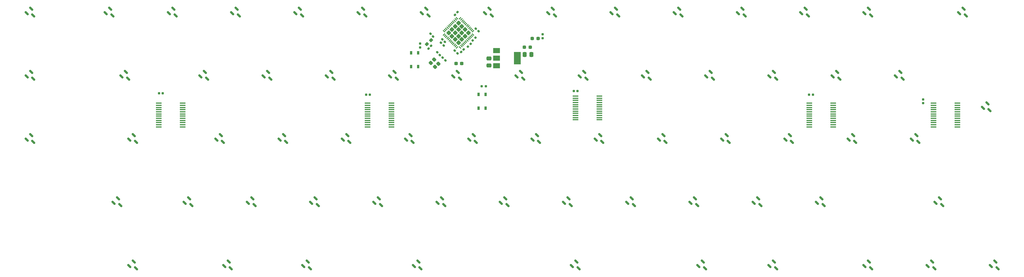
<source format=gbr>
%TF.GenerationSoftware,KiCad,Pcbnew,9.0.3*%
%TF.CreationDate,2025-10-13T22:17:33+02:00*%
%TF.ProjectId,macrolev,6d616372-6f6c-4657-962e-6b696361645f,1.0*%
%TF.SameCoordinates,Original*%
%TF.FileFunction,Paste,Bot*%
%TF.FilePolarity,Positive*%
%FSLAX46Y46*%
G04 Gerber Fmt 4.6, Leading zero omitted, Abs format (unit mm)*
G04 Created by KiCad (PCBNEW 9.0.3) date 2025-10-13 22:17:33*
%MOMM*%
%LPD*%
G01*
G04 APERTURE LIST*
G04 Aperture macros list*
%AMRoundRect*
0 Rectangle with rounded corners*
0 $1 Rounding radius*
0 $2 $3 $4 $5 $6 $7 $8 $9 X,Y pos of 4 corners*
0 Add a 4 corners polygon primitive as box body*
4,1,4,$2,$3,$4,$5,$6,$7,$8,$9,$2,$3,0*
0 Add four circle primitives for the rounded corners*
1,1,$1+$1,$2,$3*
1,1,$1+$1,$4,$5*
1,1,$1+$1,$6,$7*
1,1,$1+$1,$8,$9*
0 Add four rect primitives between the rounded corners*
20,1,$1+$1,$2,$3,$4,$5,0*
20,1,$1+$1,$4,$5,$6,$7,0*
20,1,$1+$1,$6,$7,$8,$9,0*
20,1,$1+$1,$8,$9,$2,$3,0*%
G04 Aperture macros list end*
%ADD10RoundRect,0.250000X0.406586X-0.053033X-0.053033X0.406586X-0.406586X0.053033X0.053033X-0.406586X0*%
%ADD11RoundRect,0.155000X0.259862X-0.040659X-0.040659X0.259862X-0.259862X0.040659X0.040659X-0.259862X0*%
%ADD12RoundRect,0.155000X-0.259862X0.040659X0.040659X-0.259862X0.259862X-0.040659X-0.040659X0.259862X0*%
%ADD13RoundRect,0.150000X-0.521491X0.309359X0.309359X-0.521491X0.521491X-0.309359X-0.309359X0.521491X0*%
%ADD14RoundRect,0.155000X0.155000X-0.212500X0.155000X0.212500X-0.155000X0.212500X-0.155000X-0.212500X0*%
%ADD15RoundRect,0.237500X0.300000X0.237500X-0.300000X0.237500X-0.300000X-0.237500X0.300000X-0.237500X0*%
%ADD16RoundRect,0.155000X-0.212500X-0.155000X0.212500X-0.155000X0.212500X0.155000X-0.212500X0.155000X0*%
%ADD17RoundRect,0.250000X-0.475000X0.337500X-0.475000X-0.337500X0.475000X-0.337500X0.475000X0.337500X0*%
%ADD18RoundRect,0.160000X-0.197500X-0.160000X0.197500X-0.160000X0.197500X0.160000X-0.197500X0.160000X0*%
%ADD19RoundRect,0.155000X-0.040659X-0.259862X0.259862X0.040659X0.040659X0.259862X-0.259862X-0.040659X0*%
%ADD20RoundRect,0.160000X-0.026517X-0.252791X0.252791X0.026517X0.026517X0.252791X-0.252791X-0.026517X0*%
%ADD21R,2.000000X1.500000*%
%ADD22R,2.000000X3.800000*%
%ADD23RoundRect,0.155000X0.040659X0.259862X-0.259862X-0.040659X-0.040659X-0.259862X0.259862X0.040659X0*%
%ADD24RoundRect,0.160000X0.026517X0.252791X-0.252791X-0.026517X-0.026517X-0.252791X0.252791X0.026517X0*%
%ADD25RoundRect,0.237500X0.287500X0.237500X-0.287500X0.237500X-0.287500X-0.237500X0.287500X-0.237500X0*%
%ADD26R,1.750000X0.450000*%
%ADD27R,0.650000X1.050000*%
%ADD28RoundRect,0.250000X-0.337500X-0.475000X0.337500X-0.475000X0.337500X0.475000X-0.337500X0.475000X0*%
%ADD29RoundRect,0.155000X0.212500X0.155000X-0.212500X0.155000X-0.212500X-0.155000X0.212500X-0.155000X0*%
%ADD30RoundRect,0.237500X0.035355X0.371231X-0.371231X-0.035355X-0.035355X-0.371231X0.371231X0.035355X0*%
%ADD31RoundRect,0.160000X0.160000X-0.197500X0.160000X0.197500X-0.160000X0.197500X-0.160000X-0.197500X0*%
%ADD32RoundRect,0.250000X0.000000X-0.445477X0.445477X0.000000X0.000000X0.445477X-0.445477X0.000000X0*%
%ADD33RoundRect,0.062500X-0.220971X-0.309359X0.309359X0.220971X0.220971X0.309359X-0.309359X-0.220971X0*%
%ADD34RoundRect,0.062500X0.220971X-0.309359X0.309359X-0.220971X-0.220971X0.309359X-0.309359X0.220971X0*%
%ADD35RoundRect,0.160000X-0.160000X0.197500X-0.160000X-0.197500X0.160000X-0.197500X0.160000X0.197500X0*%
G04 APERTURE END LIST*
D10*
%TO.C,Y1*%
X161712348Y-56213693D03*
X160474911Y-54976256D03*
X161464860Y-53986307D03*
X162702297Y-55223744D03*
%TD*%
D11*
%TO.C,C13*%
X162389402Y-51799579D03*
X163191968Y-52602145D03*
%TD*%
D12*
%TO.C,C12*%
X164818314Y-54228491D03*
X164015748Y-53425925D03*
%TD*%
D13*
%TO.C,U36*%
X152965336Y-78108839D03*
X154308839Y-76765336D03*
X154962913Y-78762913D03*
%TD*%
D14*
%TO.C,C16*%
X308800000Y-67117500D03*
X308800000Y-65982500D03*
%TD*%
D13*
%TO.C,U62*%
X202971586Y-116208839D03*
X204315089Y-114865336D03*
X204969163Y-116862913D03*
%TD*%
%TO.C,U42*%
X267265336Y-78108839D03*
X268608839Y-76765336D03*
X269262913Y-78762913D03*
%TD*%
%TO.C,U48*%
X124390336Y-97158839D03*
X125733839Y-95815336D03*
X126387913Y-97812913D03*
%TD*%
%TO.C,U45*%
X64859086Y-97158839D03*
X66202589Y-95815336D03*
X66856663Y-97812913D03*
%TD*%
D15*
%TO.C,C1*%
X169750000Y-55175000D03*
X168025000Y-55175000D03*
%TD*%
D13*
%TO.C,U50*%
X162490336Y-97158839D03*
X163833839Y-95815336D03*
X164487913Y-97812913D03*
%TD*%
%TO.C,U2*%
X62477836Y-40008839D03*
X63821339Y-38665336D03*
X64475413Y-40662913D03*
%TD*%
%TO.C,U58*%
X69621586Y-116208839D03*
X70965089Y-114865336D03*
X71619163Y-116862913D03*
%TD*%
%TO.C,U29*%
X300602836Y-59058839D03*
X301946339Y-57715336D03*
X302600413Y-59712913D03*
%TD*%
%TO.C,U23*%
X186302836Y-59058839D03*
X187646339Y-57715336D03*
X188300413Y-59712913D03*
%TD*%
%TO.C,U59*%
X98196586Y-116208839D03*
X99540089Y-114865336D03*
X100194163Y-116862913D03*
%TD*%
%TO.C,U22*%
X167252836Y-59058839D03*
X168596339Y-57715336D03*
X169250413Y-59712913D03*
%TD*%
D16*
%TO.C,C17*%
X78532500Y-64150000D03*
X79667500Y-64150000D03*
%TD*%
D13*
%TO.C,U18*%
X91052836Y-59058839D03*
X92396339Y-57715336D03*
X93050413Y-59712913D03*
%TD*%
%TO.C,U21*%
X148202836Y-59058839D03*
X149546339Y-57715336D03*
X150200413Y-59712913D03*
%TD*%
D17*
%TO.C,C11*%
X177925000Y-53690832D03*
X177925000Y-55765832D03*
%TD*%
D13*
%TO.C,U28*%
X281552836Y-59058839D03*
X282896339Y-57715336D03*
X283550413Y-59712913D03*
%TD*%
%TO.C,U43*%
X286315336Y-78108839D03*
X287658839Y-76765336D03*
X288312913Y-78762913D03*
%TD*%
%TO.C,U60*%
X122009086Y-116208839D03*
X123352589Y-114865336D03*
X124006663Y-116862913D03*
%TD*%
D12*
%TO.C,C2*%
X167656255Y-51301586D03*
X168458821Y-52104152D03*
%TD*%
D13*
%TO.C,U51*%
X181540336Y-97158839D03*
X182883839Y-95815336D03*
X183537913Y-97812913D03*
%TD*%
%TO.C,U55*%
X257740336Y-97158839D03*
X259083839Y-95815336D03*
X259737913Y-97812913D03*
%TD*%
%TO.C,U30*%
X326796586Y-68583839D03*
X328140089Y-67240336D03*
X328794163Y-69237913D03*
%TD*%
%TO.C,U8*%
X176777836Y-40008839D03*
X178121339Y-38665336D03*
X178775413Y-40662913D03*
%TD*%
D18*
%TO.C,R4*%
X175802500Y-62075000D03*
X176997500Y-62075000D03*
%TD*%
D13*
%TO.C,U1*%
X38665336Y-40008839D03*
X40008839Y-38665336D03*
X40662913Y-40662913D03*
%TD*%
%TO.C,U61*%
X155346586Y-116208839D03*
X156690089Y-114865336D03*
X157344163Y-116862913D03*
%TD*%
D16*
%TO.C,C15*%
X274432500Y-64550000D03*
X275567500Y-64550000D03*
%TD*%
D13*
%TO.C,U27*%
X262502836Y-59058839D03*
X263846339Y-57715336D03*
X264500413Y-59712913D03*
%TD*%
%TO.C,U19*%
X110102836Y-59058839D03*
X111446339Y-57715336D03*
X112100413Y-59712913D03*
%TD*%
%TO.C,U5*%
X119627836Y-40008839D03*
X120971339Y-38665336D03*
X121625413Y-40662913D03*
%TD*%
%TO.C,U47*%
X105340336Y-97158839D03*
X106683839Y-95815336D03*
X107337913Y-97812913D03*
%TD*%
%TO.C,U34*%
X114865336Y-78108839D03*
X116208839Y-76765336D03*
X116862913Y-78762913D03*
%TD*%
%TO.C,U66*%
X310127836Y-116208839D03*
X311471339Y-114865336D03*
X312125413Y-116862913D03*
%TD*%
%TO.C,U26*%
X243452836Y-59058839D03*
X244796339Y-57715336D03*
X245450413Y-59712913D03*
%TD*%
D19*
%TO.C,C3*%
X169562749Y-51709411D03*
X170365315Y-50906845D03*
%TD*%
D20*
%TO.C,R2*%
X171627501Y-50068923D03*
X172472493Y-49223931D03*
%TD*%
D13*
%TO.C,U6*%
X138677836Y-40008839D03*
X140021339Y-38665336D03*
X140675413Y-40662913D03*
%TD*%
%TO.C,U64*%
X262502836Y-116208839D03*
X263846339Y-114865336D03*
X264500413Y-116862913D03*
%TD*%
D21*
%TO.C,U68*%
X180225000Y-55850000D03*
X180225000Y-53550000D03*
D22*
X186525000Y-53550000D03*
D21*
X180225000Y-51250000D03*
%TD*%
D12*
%TO.C,C6*%
X163873234Y-47872118D03*
X164675800Y-48674684D03*
%TD*%
D23*
%TO.C,C8*%
X160550000Y-49875000D03*
X159747434Y-50677566D03*
%TD*%
D24*
%TO.C,R1*%
X173886707Y-47385454D03*
X173041715Y-48230446D03*
%TD*%
D13*
%TO.C,U56*%
X276790336Y-97158839D03*
X278133839Y-95815336D03*
X278787913Y-97812913D03*
%TD*%
%TO.C,U63*%
X241071586Y-116208839D03*
X242415089Y-114865336D03*
X243069163Y-116862913D03*
%TD*%
D25*
%TO.C,FB2*%
X190375000Y-50250000D03*
X188625000Y-50250000D03*
%TD*%
D13*
%TO.C,U20*%
X129152836Y-59058839D03*
X130496339Y-57715336D03*
X131150413Y-59712913D03*
%TD*%
%TO.C,U7*%
X157727836Y-40008839D03*
X159071339Y-38665336D03*
X159725413Y-40662913D03*
%TD*%
D26*
%TO.C,AMUX4*%
X319082500Y-67140000D03*
X319082500Y-67790000D03*
X319082500Y-68440000D03*
X319082500Y-69090000D03*
X319082500Y-69740000D03*
X319082500Y-70390000D03*
X319082500Y-71040000D03*
X319082500Y-71690000D03*
X319082500Y-72340000D03*
X319082500Y-72990000D03*
X319082500Y-73640000D03*
X319082500Y-74290000D03*
X311882500Y-74290000D03*
X311882500Y-73640000D03*
X311882500Y-72990000D03*
X311882500Y-72340000D03*
X311882500Y-71690000D03*
X311882500Y-71040000D03*
X311882500Y-70390000D03*
X311882500Y-69740000D03*
X311882500Y-69090000D03*
X311882500Y-68440000D03*
X311882500Y-67790000D03*
X311882500Y-67140000D03*
%TD*%
D13*
%TO.C,U52*%
X200590336Y-97158839D03*
X201933839Y-95815336D03*
X202587913Y-97812913D03*
%TD*%
%TO.C,U14*%
X291077836Y-40008839D03*
X292421339Y-38665336D03*
X293075413Y-40662913D03*
%TD*%
%TO.C,U33*%
X95815336Y-78108839D03*
X97158839Y-76765336D03*
X97812913Y-78762913D03*
%TD*%
%TO.C,U44*%
X305365336Y-78108839D03*
X306708839Y-76765336D03*
X307362913Y-78762913D03*
%TD*%
D26*
%TO.C,AMUX3*%
X281725000Y-67140000D03*
X281725000Y-67790000D03*
X281725000Y-68440000D03*
X281725000Y-69090000D03*
X281725000Y-69740000D03*
X281725000Y-70390000D03*
X281725000Y-71040000D03*
X281725000Y-71690000D03*
X281725000Y-72340000D03*
X281725000Y-72990000D03*
X281725000Y-73640000D03*
X281725000Y-74290000D03*
X274525000Y-74290000D03*
X274525000Y-73640000D03*
X274525000Y-72990000D03*
X274525000Y-72340000D03*
X274525000Y-71690000D03*
X274525000Y-71040000D03*
X274525000Y-70390000D03*
X274525000Y-69740000D03*
X274525000Y-69090000D03*
X274525000Y-68440000D03*
X274525000Y-67790000D03*
X274525000Y-67140000D03*
%TD*%
D13*
%TO.C,U16*%
X38665336Y-59058839D03*
X40008839Y-57715336D03*
X40662913Y-59712913D03*
%TD*%
D27*
%TO.C,SW2*%
X174800000Y-64475000D03*
X174800000Y-68625000D03*
X176950000Y-64475000D03*
X176950000Y-68625000D03*
%TD*%
D13*
%TO.C,U12*%
X252977836Y-40008839D03*
X254321339Y-38665336D03*
X254975413Y-40662913D03*
%TD*%
D28*
%TO.C,C10*%
X188687500Y-52450000D03*
X190762500Y-52450000D03*
%TD*%
D13*
%TO.C,U38*%
X191065336Y-78108839D03*
X192408839Y-76765336D03*
X193062913Y-78762913D03*
%TD*%
D29*
%TO.C,C14*%
X204667500Y-63500000D03*
X203532500Y-63500000D03*
%TD*%
D13*
%TO.C,U54*%
X238690336Y-97158839D03*
X240033839Y-95815336D03*
X240687913Y-97812913D03*
%TD*%
%TO.C,U49*%
X143440336Y-97158839D03*
X144783839Y-95815336D03*
X145437913Y-97812913D03*
%TD*%
%TO.C,U9*%
X195827836Y-40008839D03*
X197171339Y-38665336D03*
X197825413Y-40662913D03*
%TD*%
D25*
%TO.C,D1*%
X192775000Y-47600000D03*
X191025000Y-47600000D03*
%TD*%
D13*
%TO.C,U37*%
X172015336Y-78108839D03*
X173358839Y-76765336D03*
X174012913Y-78762913D03*
%TD*%
D23*
%TO.C,C5*%
X168526283Y-39723717D03*
X167723717Y-40526283D03*
%TD*%
D30*
%TO.C,FB1*%
X160493718Y-48131282D03*
X159256282Y-49368718D03*
%TD*%
D13*
%TO.C,U3*%
X81527836Y-40008839D03*
X82871339Y-38665336D03*
X83525413Y-40662913D03*
%TD*%
%TO.C,U25*%
X224402836Y-59058839D03*
X225746339Y-57715336D03*
X226400413Y-59712913D03*
%TD*%
D11*
%TO.C,C9*%
X164307178Y-49752493D03*
X163504612Y-48949927D03*
%TD*%
D13*
%TO.C,U39*%
X210115336Y-78108839D03*
X211458839Y-76765336D03*
X212112913Y-78762913D03*
%TD*%
%TO.C,U46*%
X86290336Y-97158839D03*
X87633839Y-95815336D03*
X88287913Y-97812913D03*
%TD*%
%TO.C,U57*%
X312509086Y-97158839D03*
X313852589Y-95815336D03*
X314506663Y-97812913D03*
%TD*%
%TO.C,U17*%
X67240336Y-59058839D03*
X68583839Y-57715336D03*
X69237913Y-59712913D03*
%TD*%
%TO.C,U10*%
X214877836Y-40008839D03*
X216221339Y-38665336D03*
X216875413Y-40662913D03*
%TD*%
%TO.C,U31*%
X38665336Y-78108839D03*
X40008839Y-76765336D03*
X40662913Y-78762913D03*
%TD*%
%TO.C,U65*%
X291077836Y-116208839D03*
X292421339Y-114865336D03*
X293075413Y-116862913D03*
%TD*%
%TO.C,U13*%
X272027836Y-40008839D03*
X273371339Y-38665336D03*
X274025413Y-40662913D03*
%TD*%
D11*
%TO.C,C7*%
X161151283Y-47026283D03*
X160348717Y-46223717D03*
%TD*%
D27*
%TO.C,SW1*%
X154475000Y-51975000D03*
X154475000Y-56125000D03*
X156625000Y-51975000D03*
X156625000Y-56125000D03*
%TD*%
D13*
%TO.C,U40*%
X229165336Y-78108839D03*
X230508839Y-76765336D03*
X231162913Y-78762913D03*
%TD*%
D31*
%TO.C,R5*%
X194100000Y-47597500D03*
X194100000Y-46402500D03*
%TD*%
D13*
%TO.C,U35*%
X133915336Y-78108839D03*
X135258839Y-76765336D03*
X135912913Y-78762913D03*
%TD*%
%TO.C,U15*%
X319652836Y-40008839D03*
X320996339Y-38665336D03*
X321650413Y-40662913D03*
%TD*%
%TO.C,U11*%
X233927836Y-40008839D03*
X235271339Y-38665336D03*
X235925413Y-40662913D03*
%TD*%
D26*
%TO.C,AMUX0*%
X85720000Y-67140000D03*
X85720000Y-67790000D03*
X85720000Y-68440000D03*
X85720000Y-69090000D03*
X85720000Y-69740000D03*
X85720000Y-70390000D03*
X85720000Y-71040000D03*
X85720000Y-71690000D03*
X85720000Y-72340000D03*
X85720000Y-72990000D03*
X85720000Y-73640000D03*
X85720000Y-74290000D03*
X78520000Y-74290000D03*
X78520000Y-73640000D03*
X78520000Y-72990000D03*
X78520000Y-72340000D03*
X78520000Y-71690000D03*
X78520000Y-71040000D03*
X78520000Y-70390000D03*
X78520000Y-69740000D03*
X78520000Y-69090000D03*
X78520000Y-68440000D03*
X78520000Y-67790000D03*
X78520000Y-67140000D03*
%TD*%
D13*
%TO.C,U4*%
X100577836Y-40008839D03*
X101921339Y-38665336D03*
X102575413Y-40662913D03*
%TD*%
D26*
%TO.C,AMUX2*%
X211240000Y-65000000D03*
X211240000Y-65650000D03*
X211240000Y-66300000D03*
X211240000Y-66950000D03*
X211240000Y-67600000D03*
X211240000Y-68250000D03*
X211240000Y-68900000D03*
X211240000Y-69550000D03*
X211240000Y-70200000D03*
X211240000Y-70850000D03*
X211240000Y-71500000D03*
X211240000Y-72150000D03*
X204040000Y-72150000D03*
X204040000Y-71500000D03*
X204040000Y-70850000D03*
X204040000Y-70200000D03*
X204040000Y-69550000D03*
X204040000Y-68900000D03*
X204040000Y-68250000D03*
X204040000Y-67600000D03*
X204040000Y-66950000D03*
X204040000Y-66300000D03*
X204040000Y-65650000D03*
X204040000Y-65000000D03*
%TD*%
D32*
%TO.C,U69*%
X165830152Y-45939949D03*
X166820101Y-46929898D03*
X167810051Y-47919848D03*
X168800000Y-48909797D03*
X166820101Y-44950000D03*
X167810051Y-45939949D03*
X168800000Y-46929898D03*
X169789949Y-47919848D03*
X167810051Y-43960050D03*
X168800000Y-44950000D03*
X169789949Y-45939949D03*
X170779899Y-46929898D03*
X168800000Y-42970101D03*
X169789949Y-43960050D03*
X170779899Y-44950000D03*
X171769848Y-45939949D03*
D33*
X168313864Y-50315172D03*
X167960311Y-49961619D03*
X167606757Y-49608065D03*
X167253204Y-49254512D03*
X166899651Y-48900959D03*
X166546097Y-48547405D03*
X166192544Y-48193852D03*
X165838990Y-47840298D03*
X165485437Y-47486745D03*
X165131884Y-47133192D03*
X164778330Y-46779638D03*
X164424777Y-46426085D03*
D34*
X164424777Y-45453813D03*
X164778330Y-45100260D03*
X165131884Y-44746706D03*
X165485437Y-44393153D03*
X165838990Y-44039600D03*
X166192544Y-43686046D03*
X166546097Y-43332493D03*
X166899651Y-42978939D03*
X167253204Y-42625386D03*
X167606757Y-42271833D03*
X167960311Y-41918279D03*
X168313864Y-41564726D03*
D33*
X169286136Y-41564726D03*
X169639689Y-41918279D03*
X169993243Y-42271833D03*
X170346796Y-42625386D03*
X170700349Y-42978939D03*
X171053903Y-43332493D03*
X171407456Y-43686046D03*
X171761010Y-44039600D03*
X172114563Y-44393153D03*
X172468116Y-44746706D03*
X172821670Y-45100260D03*
X173175223Y-45453813D03*
D34*
X173175223Y-46426085D03*
X172821670Y-46779638D03*
X172468116Y-47133192D03*
X172114563Y-47486745D03*
X171761010Y-47840298D03*
X171407456Y-48193852D03*
X171053903Y-48547405D03*
X170700349Y-48900959D03*
X170346796Y-49254512D03*
X169993243Y-49608065D03*
X169639689Y-49961619D03*
X169286136Y-50315172D03*
%TD*%
D35*
%TO.C,R3*%
X157200000Y-49152500D03*
X157200000Y-50347500D03*
%TD*%
D13*
%TO.C,U24*%
X205352836Y-59058839D03*
X206696339Y-57715336D03*
X207350413Y-59712913D03*
%TD*%
%TO.C,U41*%
X248215336Y-78108839D03*
X249558839Y-76765336D03*
X250212913Y-78762913D03*
%TD*%
%TO.C,U67*%
X329177836Y-116208839D03*
X330521339Y-114865336D03*
X331175413Y-116862913D03*
%TD*%
D26*
%TO.C,AMUX1*%
X148585000Y-67140000D03*
X148585000Y-67790000D03*
X148585000Y-68440000D03*
X148585000Y-69090000D03*
X148585000Y-69740000D03*
X148585000Y-70390000D03*
X148585000Y-71040000D03*
X148585000Y-71690000D03*
X148585000Y-72340000D03*
X148585000Y-72990000D03*
X148585000Y-73640000D03*
X148585000Y-74290000D03*
X141385000Y-74290000D03*
X141385000Y-73640000D03*
X141385000Y-72990000D03*
X141385000Y-72340000D03*
X141385000Y-71690000D03*
X141385000Y-71040000D03*
X141385000Y-70390000D03*
X141385000Y-69740000D03*
X141385000Y-69090000D03*
X141385000Y-68440000D03*
X141385000Y-67790000D03*
X141385000Y-67140000D03*
%TD*%
D16*
%TO.C,C18*%
X140932500Y-64600000D03*
X142067500Y-64600000D03*
%TD*%
D11*
%TO.C,C4*%
X174801283Y-45451283D03*
X173998717Y-44648717D03*
%TD*%
D13*
%TO.C,U53*%
X219640336Y-97158839D03*
X220983839Y-95815336D03*
X221637913Y-97812913D03*
%TD*%
%TO.C,U32*%
X69621586Y-78108839D03*
X70965089Y-76765336D03*
X71619163Y-78762913D03*
%TD*%
M02*

</source>
